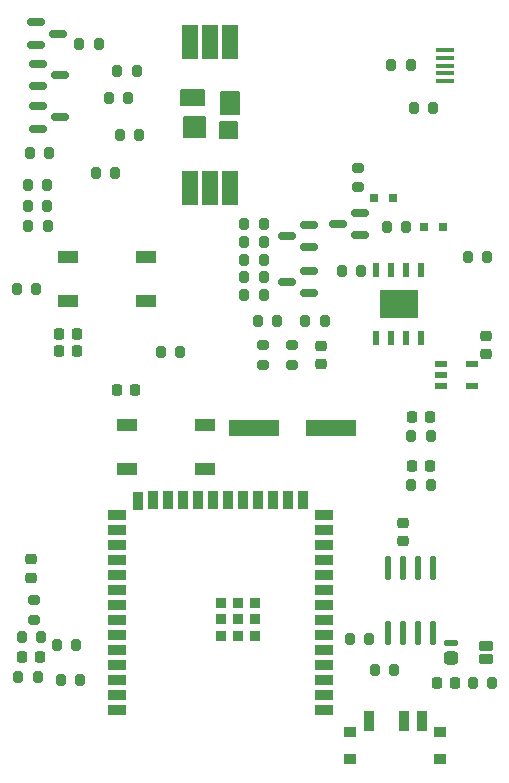
<source format=gbr>
%TF.GenerationSoftware,KiCad,Pcbnew,8.0.0*%
%TF.CreationDate,2024-03-03T22:06:13+01:00*%
%TF.ProjectId,Blinky,426c696e-6b79-42e6-9b69-6361645f7063,rev?*%
%TF.SameCoordinates,Original*%
%TF.FileFunction,Paste,Top*%
%TF.FilePolarity,Positive*%
%FSLAX46Y46*%
G04 Gerber Fmt 4.6, Leading zero omitted, Abs format (unit mm)*
G04 Created by KiCad (PCBNEW 8.0.0) date 2024-03-03 22:06:13*
%MOMM*%
%LPD*%
G01*
G04 APERTURE LIST*
G04 Aperture macros list*
%AMRoundRect*
0 Rectangle with rounded corners*
0 $1 Rounding radius*
0 $2 $3 $4 $5 $6 $7 $8 $9 X,Y pos of 4 corners*
0 Add a 4 corners polygon primitive as box body*
4,1,4,$2,$3,$4,$5,$6,$7,$8,$9,$2,$3,0*
0 Add four circle primitives for the rounded corners*
1,1,$1+$1,$2,$3*
1,1,$1+$1,$4,$5*
1,1,$1+$1,$6,$7*
1,1,$1+$1,$8,$9*
0 Add four rect primitives between the rounded corners*
20,1,$1+$1,$2,$3,$4,$5,0*
20,1,$1+$1,$4,$5,$6,$7,0*
20,1,$1+$1,$6,$7,$8,$9,0*
20,1,$1+$1,$8,$9,$2,$3,0*%
G04 Aperture macros list end*
%ADD10C,0.200000*%
%ADD11RoundRect,0.200000X0.200000X0.275000X-0.200000X0.275000X-0.200000X-0.275000X0.200000X-0.275000X0*%
%ADD12RoundRect,0.150000X0.587500X0.150000X-0.587500X0.150000X-0.587500X-0.150000X0.587500X-0.150000X0*%
%ADD13R,0.900000X1.800000*%
%ADD14R,1.100000X0.929997*%
%ADD15R,0.800000X0.800000*%
%ADD16RoundRect,0.112500X-0.487500X-0.112500X0.487500X-0.112500X0.487500X0.112500X-0.487500X0.112500X0*%
%ADD17RoundRect,0.286500X-0.313500X-0.286500X0.313500X-0.286500X0.313500X0.286500X-0.313500X0.286500X0*%
%ADD18RoundRect,0.218250X-0.381750X-0.218250X0.381750X-0.218250X0.381750X0.218250X-0.381750X0.218250X0*%
%ADD19RoundRect,0.225000X0.250000X-0.225000X0.250000X0.225000X-0.250000X0.225000X-0.250000X-0.225000X0*%
%ADD20RoundRect,0.200000X-0.200000X-0.275000X0.200000X-0.275000X0.200000X0.275000X-0.200000X0.275000X0*%
%ADD21R,1.350013X3.000000*%
%ADD22R,1.700000X1.000000*%
%ADD23R,4.200000X1.400000*%
%ADD24RoundRect,0.225000X-0.225000X-0.250000X0.225000X-0.250000X0.225000X0.250000X-0.225000X0.250000X0*%
%ADD25RoundRect,0.150000X-0.587500X-0.150000X0.587500X-0.150000X0.587500X0.150000X-0.587500X0.150000X0*%
%ADD26RoundRect,0.200000X0.275000X-0.200000X0.275000X0.200000X-0.275000X0.200000X-0.275000X-0.200000X0*%
%ADD27R,1.600000X0.400000*%
%ADD28O,0.588011X2.045009*%
%ADD29RoundRect,0.200000X-0.275000X0.200000X-0.275000X-0.200000X0.275000X-0.200000X0.275000X0.200000X0*%
%ADD30R,1.500000X0.900000*%
%ADD31R,0.900000X1.500000*%
%ADD32R,0.900000X0.900000*%
%ADD33RoundRect,0.225000X0.225000X0.250000X-0.225000X0.250000X-0.225000X-0.250000X0.225000X-0.250000X0*%
%ADD34R,1.000000X0.600000*%
%ADD35R,0.600000X1.200000*%
%ADD36R,3.300000X2.400000*%
G04 APERTURE END LIST*
%TO.C,LED1*%
D10*
X140600000Y-51899873D02*
X142500000Y-51899873D01*
X142500000Y-53149873D01*
X140600000Y-53149873D01*
X140600000Y-51899873D01*
G36*
X140600000Y-51899873D02*
G01*
X142500000Y-51899873D01*
X142500000Y-53149873D01*
X140600000Y-53149873D01*
X140600000Y-51899873D01*
G37*
X140850000Y-54199873D02*
X142600000Y-54199873D01*
X142600000Y-55849873D01*
X140850000Y-55849873D01*
X140850000Y-54199873D01*
G36*
X140850000Y-54199873D02*
G01*
X142600000Y-54199873D01*
X142600000Y-55849873D01*
X140850000Y-55849873D01*
X140850000Y-54199873D01*
G37*
X143850000Y-54549873D02*
X145300000Y-54549873D01*
X145300000Y-55949873D01*
X143850000Y-55949873D01*
X143850000Y-54549873D01*
G36*
X143850000Y-54549873D02*
G01*
X145300000Y-54549873D01*
X145300000Y-55949873D01*
X143850000Y-55949873D01*
X143850000Y-54549873D01*
G37*
X143950000Y-52049873D02*
X145450000Y-52049873D01*
X145450000Y-53924873D01*
X143950000Y-53924873D01*
X143950000Y-52049873D01*
G36*
X143950000Y-52049873D02*
G01*
X145450000Y-52049873D01*
X145450000Y-53924873D01*
X143950000Y-53924873D01*
X143950000Y-52049873D01*
G37*
%TD*%
D11*
%TO.C,R20*%
X161725000Y-81200000D03*
X160075000Y-81200000D03*
%TD*%
D12*
%TO.C,Q3*%
X155750000Y-64200000D03*
X155750000Y-62300000D03*
X153875000Y-63250000D03*
%TD*%
D13*
%TO.C,SW1*%
X156449936Y-105345568D03*
X159449936Y-105345568D03*
X160949809Y-105345568D03*
D14*
X162499975Y-106242444D03*
X162499975Y-108512446D03*
X154900025Y-108512446D03*
X154900025Y-106242444D03*
%TD*%
D11*
%TO.C,R4*%
X152750000Y-71400000D03*
X151100000Y-71400000D03*
%TD*%
%TO.C,R2*%
X147575000Y-69250000D03*
X145925000Y-69250000D03*
%TD*%
%TO.C,R15*%
X147575000Y-63250000D03*
X145925000Y-63250000D03*
%TD*%
D15*
%TO.C,U9*%
X161151067Y-63507112D03*
X162750000Y-63500000D03*
%TD*%
D16*
%TO.C,U5*%
X163400000Y-98707000D03*
D17*
X163400000Y-99945000D03*
D18*
X166400000Y-100036500D03*
X166400000Y-98963500D03*
%TD*%
D19*
%TO.C,C2*%
X159400000Y-90075000D03*
X159400000Y-88525000D03*
%TD*%
D11*
%TO.C,R34*%
X131725000Y-98900000D03*
X130075000Y-98900000D03*
%TD*%
D20*
%TO.C,R9*%
X134475000Y-52600000D03*
X136125000Y-52600000D03*
%TD*%
D21*
%TO.C,LED1*%
X141299975Y-47849886D03*
X141299975Y-60149860D03*
X143000000Y-47849886D03*
X143000000Y-60149860D03*
X144700025Y-47849886D03*
X144700025Y-60149860D03*
%TD*%
D20*
%TO.C,R22*%
X164850000Y-66000000D03*
X166500000Y-66000000D03*
%TD*%
D22*
%TO.C,T1*%
X137599975Y-69750191D03*
X131000025Y-69750216D03*
X137599975Y-66049784D03*
X131000025Y-66049809D03*
%TD*%
D20*
%TO.C,R31*%
X126675000Y-68700000D03*
X128325000Y-68700000D03*
%TD*%
D23*
%TO.C,C5*%
X153267209Y-80500000D03*
X146732791Y-80500000D03*
%TD*%
D24*
%TO.C,C3*%
X160125000Y-83700000D03*
X161675000Y-83700000D03*
%TD*%
D20*
%TO.C,R14*%
X147075000Y-71400000D03*
X148725000Y-71400000D03*
%TD*%
D25*
%TO.C,Q4*%
X128262500Y-46150000D03*
X128262500Y-48050000D03*
X130137500Y-47100000D03*
%TD*%
D26*
%TO.C,R19*%
X150000000Y-75125000D03*
X150000000Y-73475000D03*
%TD*%
D11*
%TO.C,R6*%
X155850000Y-67200000D03*
X154200000Y-67200000D03*
%TD*%
D19*
%TO.C,C11*%
X127900000Y-93175000D03*
X127900000Y-91625000D03*
%TD*%
D27*
%TO.C,USB1*%
X162907214Y-51124816D03*
X162907214Y-50474828D03*
X162907214Y-49824841D03*
X162907214Y-49174854D03*
X162907214Y-48524866D03*
%TD*%
D19*
%TO.C,C8*%
X166400000Y-74275000D03*
X166400000Y-72725000D03*
%TD*%
D25*
%TO.C,Q5*%
X128462500Y-49650000D03*
X128462500Y-51550000D03*
X130337500Y-50600000D03*
%TD*%
D15*
%TO.C,U10*%
X158499467Y-60996622D03*
X156900533Y-61003480D03*
%TD*%
D12*
%TO.C,Q1*%
X151437500Y-69100000D03*
X151437500Y-67200000D03*
X149562500Y-68150000D03*
%TD*%
D11*
%TO.C,R32*%
X132025000Y-101800000D03*
X130375000Y-101800000D03*
%TD*%
D19*
%TO.C,C12*%
X152400000Y-75075000D03*
X152400000Y-73525000D03*
%TD*%
D28*
%TO.C,U4*%
X158094996Y-97872416D03*
X159364999Y-97872416D03*
X160635001Y-97872416D03*
X161905004Y-97872416D03*
X161905004Y-92327584D03*
X160635001Y-92327584D03*
X159364999Y-92327584D03*
X158094996Y-92327584D03*
%TD*%
D29*
%TO.C,R24*%
X147490000Y-73475000D03*
X147490000Y-75125000D03*
%TD*%
D20*
%TO.C,R7*%
X131975000Y-48000000D03*
X133625000Y-48000000D03*
%TD*%
%TO.C,R25*%
X154875000Y-98400000D03*
X156525000Y-98400000D03*
%TD*%
D11*
%TO.C,R36*%
X160275000Y-53400000D03*
X161925000Y-53400000D03*
%TD*%
D20*
%TO.C,R29*%
X126775000Y-101600000D03*
X128425000Y-101600000D03*
%TD*%
D11*
%TO.C,R33*%
X158625000Y-101000000D03*
X156975000Y-101000000D03*
%TD*%
D20*
%TO.C,R16*%
X127650000Y-63425000D03*
X129300000Y-63425000D03*
%TD*%
D26*
%TO.C,R27*%
X128100000Y-96725000D03*
X128100000Y-95075000D03*
%TD*%
D20*
%TO.C,R18*%
X127600000Y-59925000D03*
X129250000Y-59925000D03*
%TD*%
D11*
%TO.C,R11*%
X135025000Y-58900000D03*
X133375000Y-58900000D03*
%TD*%
%TO.C,R1*%
X147575000Y-67750000D03*
X145925000Y-67750000D03*
%TD*%
D24*
%TO.C,C7*%
X162225000Y-102100000D03*
X163775000Y-102100000D03*
%TD*%
D30*
%TO.C,U3*%
X152650064Y-104400000D03*
X152650064Y-103129997D03*
X152650064Y-101859995D03*
X152650064Y-100589992D03*
X152650064Y-99319990D03*
X152650064Y-98049987D03*
X152650064Y-96779985D03*
X152650064Y-95509982D03*
X152650064Y-94239979D03*
X152650064Y-92969977D03*
X152650064Y-91699974D03*
X152650064Y-90429972D03*
X152650064Y-89159969D03*
X152650064Y-87889967D03*
D31*
X150885014Y-86610058D03*
X149615011Y-86610058D03*
X148345009Y-86610058D03*
X147075006Y-86610058D03*
X145805004Y-86610058D03*
X144535001Y-86610058D03*
X143264999Y-86610058D03*
X141994996Y-86610058D03*
X140724994Y-86610058D03*
X139454991Y-86610058D03*
X138184989Y-86610058D03*
X136914986Y-86640030D03*
D30*
X135149936Y-87889967D03*
X135149936Y-89159969D03*
X135149936Y-90429972D03*
X135149936Y-91699974D03*
X135149936Y-92969977D03*
X135149936Y-94239979D03*
X135149936Y-95509982D03*
X135149936Y-96779985D03*
X135149936Y-98049987D03*
X135149936Y-99319990D03*
X135149936Y-100589992D03*
X135149936Y-101859995D03*
X135149936Y-103129997D03*
X135149936Y-104400000D03*
D32*
X146800178Y-98079959D03*
X146800178Y-96679908D03*
X146800178Y-95279858D03*
X145400127Y-98079959D03*
X145400127Y-96679908D03*
X145400127Y-95279858D03*
X144000076Y-98079959D03*
X144000076Y-96679908D03*
X144000076Y-95279858D03*
%TD*%
D33*
%TO.C,C6*%
X161675000Y-79600000D03*
X160125000Y-79600000D03*
%TD*%
D11*
%TO.C,R3*%
X147575000Y-66250000D03*
X145925000Y-66250000D03*
%TD*%
D20*
%TO.C,R17*%
X127600000Y-61675000D03*
X129250000Y-61675000D03*
%TD*%
D24*
%TO.C,C4*%
X127125000Y-99900000D03*
X128675000Y-99900000D03*
%TD*%
D26*
%TO.C,R5*%
X155600000Y-60125000D03*
X155600000Y-58475000D03*
%TD*%
D20*
%TO.C,R21*%
X165275000Y-102100000D03*
X166925000Y-102100000D03*
%TD*%
D24*
%TO.C,C10*%
X130250000Y-74000000D03*
X131800000Y-74000000D03*
%TD*%
D11*
%TO.C,R26*%
X161725000Y-85300000D03*
X160075000Y-85300000D03*
%TD*%
D33*
%TO.C,C9*%
X136675000Y-77300000D03*
X135125000Y-77300000D03*
%TD*%
D20*
%TO.C,R12*%
X127775000Y-57200000D03*
X129425000Y-57200000D03*
%TD*%
D11*
%TO.C,R23*%
X159650000Y-63500000D03*
X158000000Y-63500000D03*
%TD*%
D34*
%TO.C,U8*%
X162611658Y-75049911D03*
X162611658Y-75999873D03*
X162611658Y-76949835D03*
X165211862Y-76949835D03*
X165211862Y-75049911D03*
%TD*%
D24*
%TO.C,C1*%
X130225000Y-72500000D03*
X131775000Y-72500000D03*
%TD*%
D25*
%TO.C,Q6*%
X128462500Y-53250000D03*
X128462500Y-55150000D03*
X130337500Y-54200000D03*
%TD*%
D35*
%TO.C,U6*%
X157094996Y-72908306D03*
X158364999Y-72908306D03*
X159635001Y-72908306D03*
X160905004Y-72908306D03*
X160905004Y-67091694D03*
X159635001Y-67091694D03*
X158364999Y-67091694D03*
X157094996Y-67091694D03*
D36*
X159000000Y-70000000D03*
%TD*%
D20*
%TO.C,R28*%
X127075000Y-98200000D03*
X128725000Y-98200000D03*
%TD*%
%TO.C,R8*%
X135175000Y-50300000D03*
X136825000Y-50300000D03*
%TD*%
%TO.C,R10*%
X135375000Y-55700000D03*
X137025000Y-55700000D03*
%TD*%
%TO.C,R30*%
X138875000Y-74100000D03*
X140525000Y-74100000D03*
%TD*%
D11*
%TO.C,R13*%
X147575000Y-64750000D03*
X145925000Y-64750000D03*
%TD*%
%TO.C,R35*%
X160025000Y-49800000D03*
X158375000Y-49800000D03*
%TD*%
D22*
%TO.C,T2*%
X142599975Y-83950191D03*
X136000025Y-83950216D03*
X142599975Y-80249784D03*
X136000025Y-80249809D03*
%TD*%
D12*
%TO.C,Q2*%
X151437500Y-65200000D03*
X151437500Y-63300000D03*
X149562500Y-64250000D03*
%TD*%
M02*

</source>
